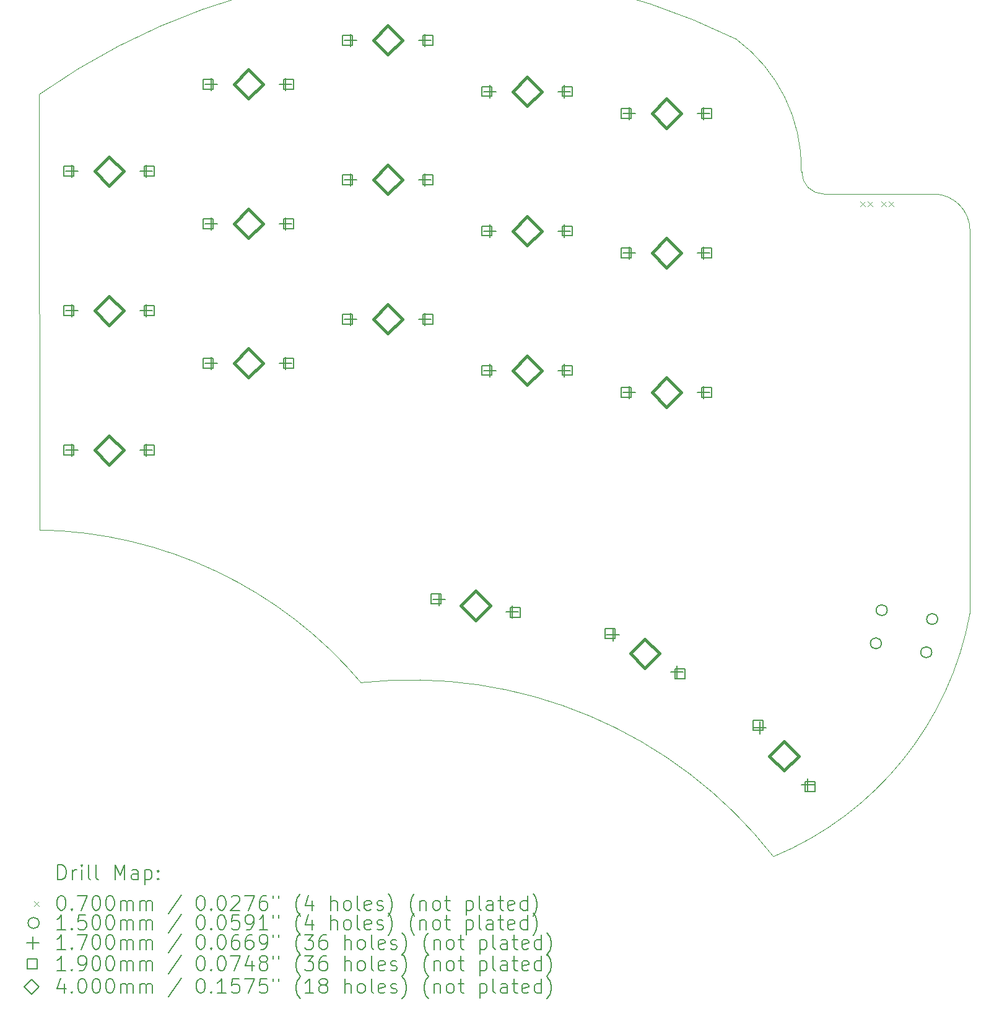
<source format=gbr>
%FSLAX45Y45*%
G04 Gerber Fmt 4.5, Leading zero omitted, Abs format (unit mm)*
G04 Created by KiCad (PCBNEW (6.0.4-0)) date 2022-05-15 19:59:06*
%MOMM*%
%LPD*%
G01*
G04 APERTURE LIST*
%TA.AperFunction,Profile*%
%ADD10C,0.050000*%
%TD*%
%ADD11C,0.200000*%
%ADD12C,0.070000*%
%ADD13C,0.150000*%
%ADD14C,0.170000*%
%ADD15C,0.190000*%
%ADD16C,0.400000*%
G04 APERTURE END LIST*
D10*
X18194931Y-6960571D02*
X18200000Y-6975000D01*
X18500000Y-7275000D02*
X20000000Y-7275000D01*
X18194932Y-6960571D02*
G75*
G03*
X17303750Y-5159375I-2197522J33791D01*
G01*
X7774954Y-5914571D02*
X7779480Y-11863649D01*
X12174926Y-13949323D02*
G75*
G03*
X7779480Y-11863649I-4496261J-3801207D01*
G01*
X17812861Y-16325288D02*
G75*
G03*
X12174925Y-13949323I-4949949J-3868630D01*
G01*
X18200000Y-6975000D02*
G75*
G03*
X18500000Y-7275000I300000J0D01*
G01*
X20500000Y-7775000D02*
X20500000Y-13000000D01*
X17812861Y-16325288D02*
G75*
G03*
X20500000Y-13000000I-1704573J4125824D01*
G01*
X20500000Y-7775000D02*
G75*
G03*
X20000000Y-7275000I-500000J0D01*
G01*
X17303750Y-5159375D02*
G75*
G03*
X7774954Y-5914571I-4127500J-8413750D01*
G01*
D11*
D12*
X18997000Y-7375000D02*
X19067000Y-7445000D01*
X19067000Y-7375000D02*
X18997000Y-7445000D01*
X19100000Y-7375000D02*
X19170000Y-7445000D01*
X19170000Y-7375000D02*
X19100000Y-7445000D01*
X19287000Y-7375000D02*
X19357000Y-7445000D01*
X19357000Y-7375000D02*
X19287000Y-7445000D01*
X19390000Y-7375000D02*
X19460000Y-7445000D01*
X19460000Y-7375000D02*
X19390000Y-7445000D01*
D13*
X19288126Y-13412168D02*
G75*
G03*
X19288126Y-13412168I-75000J0D01*
G01*
X19368004Y-12959157D02*
G75*
G03*
X19368004Y-12959157I-75000J0D01*
G01*
X19977492Y-13533722D02*
G75*
G03*
X19977492Y-13533722I-75000J0D01*
G01*
X20057370Y-13080710D02*
G75*
G03*
X20057370Y-13080710I-75000J0D01*
G01*
D14*
X8222565Y-6879235D02*
X8222565Y-7049235D01*
X8137565Y-6964235D02*
X8307565Y-6964235D01*
X8222565Y-8784375D02*
X8222565Y-8954375D01*
X8137565Y-8869375D02*
X8307565Y-8869375D01*
X8223250Y-10689375D02*
X8223250Y-10859375D01*
X8138250Y-10774375D02*
X8308250Y-10774375D01*
X9238565Y-6879235D02*
X9238565Y-7049235D01*
X9153565Y-6964235D02*
X9323565Y-6964235D01*
X9238565Y-8784375D02*
X9238565Y-8954375D01*
X9153565Y-8869375D02*
X9323565Y-8869375D01*
X9239250Y-10689375D02*
X9239250Y-10859375D01*
X9154250Y-10774375D02*
X9324250Y-10774375D01*
X10127445Y-5688610D02*
X10127445Y-5858610D01*
X10042445Y-5773610D02*
X10212445Y-5773610D01*
X10128250Y-7593750D02*
X10128250Y-7763750D01*
X10043250Y-7678750D02*
X10213250Y-7678750D01*
X10128250Y-9498750D02*
X10128250Y-9668750D01*
X10043250Y-9583750D02*
X10213250Y-9583750D01*
X11143445Y-5688610D02*
X11143445Y-5858610D01*
X11058445Y-5773610D02*
X11228445Y-5773610D01*
X11144250Y-7593750D02*
X11144250Y-7763750D01*
X11059250Y-7678750D02*
X11229250Y-7678750D01*
X11144250Y-9498750D02*
X11144250Y-9668750D01*
X11059250Y-9583750D02*
X11229250Y-9583750D01*
X12032325Y-5088610D02*
X12032325Y-5258610D01*
X11947325Y-5173610D02*
X12117325Y-5173610D01*
X12033250Y-6993750D02*
X12033250Y-7163750D01*
X11948250Y-7078750D02*
X12118250Y-7078750D01*
X12033250Y-8898750D02*
X12033250Y-9068750D01*
X11948250Y-8983750D02*
X12118250Y-8983750D01*
X13048325Y-5088610D02*
X13048325Y-5258610D01*
X12963325Y-5173610D02*
X13133325Y-5173610D01*
X13049250Y-6993750D02*
X13049250Y-7163750D01*
X12964250Y-7078750D02*
X13134250Y-7078750D01*
X13049250Y-8898750D02*
X13049250Y-9068750D01*
X12964250Y-8983750D02*
X13134250Y-8983750D01*
X13240968Y-12723662D02*
X13240968Y-12893662D01*
X13155968Y-12808662D02*
X13325968Y-12808662D01*
X13937205Y-5788610D02*
X13937205Y-5958610D01*
X13852205Y-5873610D02*
X14022205Y-5873610D01*
X13938250Y-7693750D02*
X13938250Y-7863750D01*
X13853250Y-7778750D02*
X14023250Y-7778750D01*
X13938250Y-9598750D02*
X13938250Y-9768750D01*
X13853250Y-9683750D02*
X14023250Y-9683750D01*
X14241532Y-12900088D02*
X14241532Y-13070088D01*
X14156532Y-12985088D02*
X14326532Y-12985088D01*
X14953205Y-5788610D02*
X14953205Y-5958610D01*
X14868205Y-5873610D02*
X15038205Y-5873610D01*
X14954250Y-7693750D02*
X14954250Y-7863750D01*
X14869250Y-7778750D02*
X15039250Y-7778750D01*
X14954250Y-9598750D02*
X14954250Y-9768750D01*
X14869250Y-9683750D02*
X15039250Y-9683750D01*
X15616934Y-13212250D02*
X15616934Y-13382250D01*
X15531934Y-13297250D02*
X15701934Y-13297250D01*
X15842085Y-6088610D02*
X15842085Y-6258610D01*
X15757085Y-6173610D02*
X15927085Y-6173610D01*
X15843250Y-7993750D02*
X15843250Y-8163750D01*
X15758250Y-8078750D02*
X15928250Y-8078750D01*
X15843250Y-9898750D02*
X15843250Y-10068750D01*
X15758250Y-9983750D02*
X15928250Y-9983750D01*
X16496816Y-13720250D02*
X16496816Y-13890250D01*
X16411816Y-13805250D02*
X16581816Y-13805250D01*
X16858085Y-6088610D02*
X16858085Y-6258610D01*
X16773085Y-6173610D02*
X16943085Y-6173610D01*
X16859250Y-7993750D02*
X16859250Y-8163750D01*
X16774250Y-8078750D02*
X16944250Y-8078750D01*
X16859250Y-9898750D02*
X16859250Y-10068750D01*
X16774250Y-9983750D02*
X16944250Y-9983750D01*
X17630339Y-14477099D02*
X17630339Y-14647099D01*
X17545339Y-14562099D02*
X17715339Y-14562099D01*
X18283411Y-15255401D02*
X18283411Y-15425401D01*
X18198411Y-15340401D02*
X18368411Y-15340401D01*
D15*
X8247741Y-7031411D02*
X8247741Y-6897059D01*
X8113389Y-6897059D01*
X8113389Y-7031411D01*
X8247741Y-7031411D01*
X8247741Y-8936551D02*
X8247741Y-8802199D01*
X8113389Y-8802199D01*
X8113389Y-8936551D01*
X8247741Y-8936551D01*
X8248426Y-10841551D02*
X8248426Y-10707199D01*
X8114074Y-10707199D01*
X8114074Y-10841551D01*
X8248426Y-10841551D01*
X9347741Y-7031411D02*
X9347741Y-6897059D01*
X9213389Y-6897059D01*
X9213389Y-7031411D01*
X9347741Y-7031411D01*
X9347741Y-8936551D02*
X9347741Y-8802199D01*
X9213389Y-8802199D01*
X9213389Y-8936551D01*
X9347741Y-8936551D01*
X9348426Y-10841551D02*
X9348426Y-10707199D01*
X9214074Y-10707199D01*
X9214074Y-10841551D01*
X9348426Y-10841551D01*
X10152621Y-5840786D02*
X10152621Y-5706434D01*
X10018269Y-5706434D01*
X10018269Y-5840786D01*
X10152621Y-5840786D01*
X10153426Y-7745926D02*
X10153426Y-7611574D01*
X10019074Y-7611574D01*
X10019074Y-7745926D01*
X10153426Y-7745926D01*
X10153426Y-9650926D02*
X10153426Y-9516574D01*
X10019074Y-9516574D01*
X10019074Y-9650926D01*
X10153426Y-9650926D01*
X11252621Y-5840786D02*
X11252621Y-5706434D01*
X11118269Y-5706434D01*
X11118269Y-5840786D01*
X11252621Y-5840786D01*
X11253426Y-7745926D02*
X11253426Y-7611574D01*
X11119074Y-7611574D01*
X11119074Y-7745926D01*
X11253426Y-7745926D01*
X11253426Y-9650926D02*
X11253426Y-9516574D01*
X11119074Y-9516574D01*
X11119074Y-9650926D01*
X11253426Y-9650926D01*
X12057501Y-5240786D02*
X12057501Y-5106434D01*
X11923149Y-5106434D01*
X11923149Y-5240786D01*
X12057501Y-5240786D01*
X12058426Y-7145926D02*
X12058426Y-7011574D01*
X11924074Y-7011574D01*
X11924074Y-7145926D01*
X12058426Y-7145926D01*
X12058426Y-9050926D02*
X12058426Y-8916574D01*
X11924074Y-8916574D01*
X11924074Y-9050926D01*
X12058426Y-9050926D01*
X13157501Y-5240786D02*
X13157501Y-5106434D01*
X13023149Y-5106434D01*
X13023149Y-5240786D01*
X13157501Y-5240786D01*
X13158426Y-7145926D02*
X13158426Y-7011574D01*
X13024074Y-7011574D01*
X13024074Y-7145926D01*
X13158426Y-7145926D01*
X13158426Y-9050926D02*
X13158426Y-8916574D01*
X13024074Y-8916574D01*
X13024074Y-9050926D01*
X13158426Y-9050926D01*
X13266781Y-12868544D02*
X13266781Y-12734193D01*
X13132430Y-12734193D01*
X13132430Y-12868544D01*
X13266781Y-12868544D01*
X13962381Y-5940786D02*
X13962381Y-5806434D01*
X13828029Y-5806434D01*
X13828029Y-5940786D01*
X13962381Y-5940786D01*
X13963426Y-7845926D02*
X13963426Y-7711574D01*
X13829074Y-7711574D01*
X13829074Y-7845926D01*
X13963426Y-7845926D01*
X13963426Y-9750926D02*
X13963426Y-9616574D01*
X13829074Y-9616574D01*
X13829074Y-9750926D01*
X13963426Y-9750926D01*
X14350070Y-13059557D02*
X14350070Y-12925206D01*
X14215718Y-12925206D01*
X14215718Y-13059557D01*
X14350070Y-13059557D01*
X15062381Y-5940786D02*
X15062381Y-5806434D01*
X14928029Y-5806434D01*
X14928029Y-5940786D01*
X15062381Y-5940786D01*
X15063426Y-7845926D02*
X15063426Y-7711574D01*
X14929074Y-7711574D01*
X14929074Y-7845926D01*
X15063426Y-7845926D01*
X15063426Y-9750926D02*
X15063426Y-9616574D01*
X14929074Y-9616574D01*
X14929074Y-9750926D01*
X15063426Y-9750926D01*
X15647737Y-13343426D02*
X15647737Y-13209074D01*
X15513385Y-13209074D01*
X15513385Y-13343426D01*
X15647737Y-13343426D01*
X15867261Y-6240786D02*
X15867261Y-6106434D01*
X15732909Y-6106434D01*
X15732909Y-6240786D01*
X15867261Y-6240786D01*
X15868426Y-8145926D02*
X15868426Y-8011574D01*
X15734074Y-8011574D01*
X15734074Y-8145926D01*
X15868426Y-8145926D01*
X15868426Y-10050926D02*
X15868426Y-9916574D01*
X15734074Y-9916574D01*
X15734074Y-10050926D01*
X15868426Y-10050926D01*
X16600365Y-13893426D02*
X16600365Y-13759074D01*
X16466013Y-13759074D01*
X16466013Y-13893426D01*
X16600365Y-13893426D01*
X16967261Y-6240786D02*
X16967261Y-6106434D01*
X16832909Y-6106434D01*
X16832909Y-6240786D01*
X16967261Y-6240786D01*
X16968426Y-8145926D02*
X16968426Y-8011574D01*
X16834074Y-8011574D01*
X16834074Y-8145926D01*
X16968426Y-8145926D01*
X16968426Y-10050926D02*
X16968426Y-9916574D01*
X16834074Y-9916574D01*
X16834074Y-10050926D01*
X16968426Y-10050926D01*
X17670518Y-14597101D02*
X17670518Y-14462750D01*
X17536166Y-14462750D01*
X17536166Y-14597101D01*
X17670518Y-14597101D01*
X18377584Y-15439750D02*
X18377584Y-15305399D01*
X18243232Y-15305399D01*
X18243232Y-15439750D01*
X18377584Y-15439750D01*
D16*
X8730565Y-7164235D02*
X8930565Y-6964235D01*
X8730565Y-6764235D01*
X8530565Y-6964235D01*
X8730565Y-7164235D01*
X8730565Y-9069375D02*
X8930565Y-8869375D01*
X8730565Y-8669375D01*
X8530565Y-8869375D01*
X8730565Y-9069375D01*
X8731250Y-10974375D02*
X8931250Y-10774375D01*
X8731250Y-10574375D01*
X8531250Y-10774375D01*
X8731250Y-10974375D01*
X10635445Y-5973610D02*
X10835445Y-5773610D01*
X10635445Y-5573610D01*
X10435445Y-5773610D01*
X10635445Y-5973610D01*
X10636250Y-7878750D02*
X10836250Y-7678750D01*
X10636250Y-7478750D01*
X10436250Y-7678750D01*
X10636250Y-7878750D01*
X10636250Y-9783750D02*
X10836250Y-9583750D01*
X10636250Y-9383750D01*
X10436250Y-9583750D01*
X10636250Y-9783750D01*
X12540325Y-5373610D02*
X12740325Y-5173610D01*
X12540325Y-4973610D01*
X12340325Y-5173610D01*
X12540325Y-5373610D01*
X12541250Y-7278750D02*
X12741250Y-7078750D01*
X12541250Y-6878750D01*
X12341250Y-7078750D01*
X12541250Y-7278750D01*
X12541250Y-9183750D02*
X12741250Y-8983750D01*
X12541250Y-8783750D01*
X12341250Y-8983750D01*
X12541250Y-9183750D01*
X13741250Y-13096875D02*
X13941250Y-12896875D01*
X13741250Y-12696875D01*
X13541250Y-12896875D01*
X13741250Y-13096875D01*
X14445205Y-6073610D02*
X14645205Y-5873610D01*
X14445205Y-5673610D01*
X14245205Y-5873610D01*
X14445205Y-6073610D01*
X14446250Y-7978750D02*
X14646250Y-7778750D01*
X14446250Y-7578750D01*
X14246250Y-7778750D01*
X14446250Y-7978750D01*
X14446250Y-9883750D02*
X14646250Y-9683750D01*
X14446250Y-9483750D01*
X14246250Y-9683750D01*
X14446250Y-9883750D01*
X16056875Y-13751250D02*
X16256875Y-13551250D01*
X16056875Y-13351250D01*
X15856875Y-13551250D01*
X16056875Y-13751250D01*
X16350085Y-6373610D02*
X16550085Y-6173610D01*
X16350085Y-5973610D01*
X16150085Y-6173610D01*
X16350085Y-6373610D01*
X16351250Y-8278750D02*
X16551250Y-8078750D01*
X16351250Y-7878750D01*
X16151250Y-8078750D01*
X16351250Y-8278750D01*
X16351250Y-10183750D02*
X16551250Y-9983750D01*
X16351250Y-9783750D01*
X16151250Y-9983750D01*
X16351250Y-10183750D01*
X17956875Y-15151250D02*
X18156875Y-14951250D01*
X17956875Y-14751250D01*
X17756875Y-14951250D01*
X17956875Y-15151250D01*
D11*
X8030073Y-16638264D02*
X8030073Y-16438264D01*
X8077692Y-16438264D01*
X8106264Y-16447788D01*
X8125311Y-16466836D01*
X8134835Y-16485883D01*
X8144359Y-16523979D01*
X8144359Y-16552550D01*
X8134835Y-16590645D01*
X8125311Y-16609693D01*
X8106264Y-16628740D01*
X8077692Y-16638264D01*
X8030073Y-16638264D01*
X8230073Y-16638264D02*
X8230073Y-16504931D01*
X8230073Y-16543026D02*
X8239597Y-16523979D01*
X8249121Y-16514455D01*
X8268168Y-16504931D01*
X8287216Y-16504931D01*
X8353883Y-16638264D02*
X8353883Y-16504931D01*
X8353883Y-16438264D02*
X8344359Y-16447788D01*
X8353883Y-16457312D01*
X8363406Y-16447788D01*
X8353883Y-16438264D01*
X8353883Y-16457312D01*
X8477692Y-16638264D02*
X8458645Y-16628740D01*
X8449121Y-16609693D01*
X8449121Y-16438264D01*
X8582454Y-16638264D02*
X8563406Y-16628740D01*
X8553883Y-16609693D01*
X8553883Y-16438264D01*
X8811026Y-16638264D02*
X8811026Y-16438264D01*
X8877692Y-16581121D01*
X8944359Y-16438264D01*
X8944359Y-16638264D01*
X9125311Y-16638264D02*
X9125311Y-16533502D01*
X9115787Y-16514455D01*
X9096740Y-16504931D01*
X9058645Y-16504931D01*
X9039597Y-16514455D01*
X9125311Y-16628740D02*
X9106264Y-16638264D01*
X9058645Y-16638264D01*
X9039597Y-16628740D01*
X9030073Y-16609693D01*
X9030073Y-16590645D01*
X9039597Y-16571598D01*
X9058645Y-16562074D01*
X9106264Y-16562074D01*
X9125311Y-16552550D01*
X9220549Y-16504931D02*
X9220549Y-16704931D01*
X9220549Y-16514455D02*
X9239597Y-16504931D01*
X9277692Y-16504931D01*
X9296740Y-16514455D01*
X9306264Y-16523979D01*
X9315787Y-16543026D01*
X9315787Y-16600169D01*
X9306264Y-16619217D01*
X9296740Y-16628740D01*
X9277692Y-16638264D01*
X9239597Y-16638264D01*
X9220549Y-16628740D01*
X9401502Y-16619217D02*
X9411026Y-16628740D01*
X9401502Y-16638264D01*
X9391978Y-16628740D01*
X9401502Y-16619217D01*
X9401502Y-16638264D01*
X9401502Y-16514455D02*
X9411026Y-16523979D01*
X9401502Y-16533502D01*
X9391978Y-16523979D01*
X9401502Y-16514455D01*
X9401502Y-16533502D01*
D12*
X7702454Y-16932788D02*
X7772454Y-17002788D01*
X7772454Y-16932788D02*
X7702454Y-17002788D01*
D11*
X8068168Y-16858264D02*
X8087216Y-16858264D01*
X8106264Y-16867788D01*
X8115787Y-16877312D01*
X8125311Y-16896360D01*
X8134835Y-16934455D01*
X8134835Y-16982074D01*
X8125311Y-17020169D01*
X8115787Y-17039217D01*
X8106264Y-17048741D01*
X8087216Y-17058264D01*
X8068168Y-17058264D01*
X8049121Y-17048741D01*
X8039597Y-17039217D01*
X8030073Y-17020169D01*
X8020549Y-16982074D01*
X8020549Y-16934455D01*
X8030073Y-16896360D01*
X8039597Y-16877312D01*
X8049121Y-16867788D01*
X8068168Y-16858264D01*
X8220549Y-17039217D02*
X8230073Y-17048741D01*
X8220549Y-17058264D01*
X8211025Y-17048741D01*
X8220549Y-17039217D01*
X8220549Y-17058264D01*
X8296740Y-16858264D02*
X8430073Y-16858264D01*
X8344359Y-17058264D01*
X8544359Y-16858264D02*
X8563406Y-16858264D01*
X8582454Y-16867788D01*
X8591978Y-16877312D01*
X8601502Y-16896360D01*
X8611026Y-16934455D01*
X8611026Y-16982074D01*
X8601502Y-17020169D01*
X8591978Y-17039217D01*
X8582454Y-17048741D01*
X8563406Y-17058264D01*
X8544359Y-17058264D01*
X8525311Y-17048741D01*
X8515787Y-17039217D01*
X8506264Y-17020169D01*
X8496740Y-16982074D01*
X8496740Y-16934455D01*
X8506264Y-16896360D01*
X8515787Y-16877312D01*
X8525311Y-16867788D01*
X8544359Y-16858264D01*
X8734835Y-16858264D02*
X8753883Y-16858264D01*
X8772930Y-16867788D01*
X8782454Y-16877312D01*
X8791978Y-16896360D01*
X8801502Y-16934455D01*
X8801502Y-16982074D01*
X8791978Y-17020169D01*
X8782454Y-17039217D01*
X8772930Y-17048741D01*
X8753883Y-17058264D01*
X8734835Y-17058264D01*
X8715787Y-17048741D01*
X8706264Y-17039217D01*
X8696740Y-17020169D01*
X8687216Y-16982074D01*
X8687216Y-16934455D01*
X8696740Y-16896360D01*
X8706264Y-16877312D01*
X8715787Y-16867788D01*
X8734835Y-16858264D01*
X8887216Y-17058264D02*
X8887216Y-16924931D01*
X8887216Y-16943979D02*
X8896740Y-16934455D01*
X8915787Y-16924931D01*
X8944359Y-16924931D01*
X8963406Y-16934455D01*
X8972930Y-16953502D01*
X8972930Y-17058264D01*
X8972930Y-16953502D02*
X8982454Y-16934455D01*
X9001502Y-16924931D01*
X9030073Y-16924931D01*
X9049121Y-16934455D01*
X9058645Y-16953502D01*
X9058645Y-17058264D01*
X9153883Y-17058264D02*
X9153883Y-16924931D01*
X9153883Y-16943979D02*
X9163406Y-16934455D01*
X9182454Y-16924931D01*
X9211026Y-16924931D01*
X9230073Y-16934455D01*
X9239597Y-16953502D01*
X9239597Y-17058264D01*
X9239597Y-16953502D02*
X9249121Y-16934455D01*
X9268168Y-16924931D01*
X9296740Y-16924931D01*
X9315787Y-16934455D01*
X9325311Y-16953502D01*
X9325311Y-17058264D01*
X9715787Y-16848741D02*
X9544359Y-17105883D01*
X9972930Y-16858264D02*
X9991978Y-16858264D01*
X10011026Y-16867788D01*
X10020549Y-16877312D01*
X10030073Y-16896360D01*
X10039597Y-16934455D01*
X10039597Y-16982074D01*
X10030073Y-17020169D01*
X10020549Y-17039217D01*
X10011026Y-17048741D01*
X9991978Y-17058264D01*
X9972930Y-17058264D01*
X9953883Y-17048741D01*
X9944359Y-17039217D01*
X9934835Y-17020169D01*
X9925311Y-16982074D01*
X9925311Y-16934455D01*
X9934835Y-16896360D01*
X9944359Y-16877312D01*
X9953883Y-16867788D01*
X9972930Y-16858264D01*
X10125311Y-17039217D02*
X10134835Y-17048741D01*
X10125311Y-17058264D01*
X10115787Y-17048741D01*
X10125311Y-17039217D01*
X10125311Y-17058264D01*
X10258645Y-16858264D02*
X10277692Y-16858264D01*
X10296740Y-16867788D01*
X10306264Y-16877312D01*
X10315787Y-16896360D01*
X10325311Y-16934455D01*
X10325311Y-16982074D01*
X10315787Y-17020169D01*
X10306264Y-17039217D01*
X10296740Y-17048741D01*
X10277692Y-17058264D01*
X10258645Y-17058264D01*
X10239597Y-17048741D01*
X10230073Y-17039217D01*
X10220549Y-17020169D01*
X10211026Y-16982074D01*
X10211026Y-16934455D01*
X10220549Y-16896360D01*
X10230073Y-16877312D01*
X10239597Y-16867788D01*
X10258645Y-16858264D01*
X10401502Y-16877312D02*
X10411026Y-16867788D01*
X10430073Y-16858264D01*
X10477692Y-16858264D01*
X10496740Y-16867788D01*
X10506264Y-16877312D01*
X10515787Y-16896360D01*
X10515787Y-16915407D01*
X10506264Y-16943979D01*
X10391978Y-17058264D01*
X10515787Y-17058264D01*
X10582454Y-16858264D02*
X10715787Y-16858264D01*
X10630073Y-17058264D01*
X10877692Y-16858264D02*
X10839597Y-16858264D01*
X10820549Y-16867788D01*
X10811026Y-16877312D01*
X10791978Y-16905883D01*
X10782454Y-16943979D01*
X10782454Y-17020169D01*
X10791978Y-17039217D01*
X10801502Y-17048741D01*
X10820549Y-17058264D01*
X10858645Y-17058264D01*
X10877692Y-17048741D01*
X10887216Y-17039217D01*
X10896740Y-17020169D01*
X10896740Y-16972550D01*
X10887216Y-16953502D01*
X10877692Y-16943979D01*
X10858645Y-16934455D01*
X10820549Y-16934455D01*
X10801502Y-16943979D01*
X10791978Y-16953502D01*
X10782454Y-16972550D01*
X10972930Y-16858264D02*
X10972930Y-16896360D01*
X11049121Y-16858264D02*
X11049121Y-16896360D01*
X11344359Y-17134455D02*
X11334835Y-17124931D01*
X11315787Y-17096360D01*
X11306264Y-17077312D01*
X11296740Y-17048741D01*
X11287216Y-17001122D01*
X11287216Y-16963026D01*
X11296740Y-16915407D01*
X11306264Y-16886836D01*
X11315787Y-16867788D01*
X11334835Y-16839217D01*
X11344359Y-16829693D01*
X11506264Y-16924931D02*
X11506264Y-17058264D01*
X11458644Y-16848741D02*
X11411025Y-16991598D01*
X11534835Y-16991598D01*
X11763406Y-17058264D02*
X11763406Y-16858264D01*
X11849121Y-17058264D02*
X11849121Y-16953502D01*
X11839597Y-16934455D01*
X11820549Y-16924931D01*
X11791978Y-16924931D01*
X11772930Y-16934455D01*
X11763406Y-16943979D01*
X11972930Y-17058264D02*
X11953883Y-17048741D01*
X11944359Y-17039217D01*
X11934835Y-17020169D01*
X11934835Y-16963026D01*
X11944359Y-16943979D01*
X11953883Y-16934455D01*
X11972930Y-16924931D01*
X12001502Y-16924931D01*
X12020549Y-16934455D01*
X12030073Y-16943979D01*
X12039597Y-16963026D01*
X12039597Y-17020169D01*
X12030073Y-17039217D01*
X12020549Y-17048741D01*
X12001502Y-17058264D01*
X11972930Y-17058264D01*
X12153883Y-17058264D02*
X12134835Y-17048741D01*
X12125311Y-17029693D01*
X12125311Y-16858264D01*
X12306264Y-17048741D02*
X12287216Y-17058264D01*
X12249121Y-17058264D01*
X12230073Y-17048741D01*
X12220549Y-17029693D01*
X12220549Y-16953502D01*
X12230073Y-16934455D01*
X12249121Y-16924931D01*
X12287216Y-16924931D01*
X12306264Y-16934455D01*
X12315787Y-16953502D01*
X12315787Y-16972550D01*
X12220549Y-16991598D01*
X12391978Y-17048741D02*
X12411025Y-17058264D01*
X12449121Y-17058264D01*
X12468168Y-17048741D01*
X12477692Y-17029693D01*
X12477692Y-17020169D01*
X12468168Y-17001122D01*
X12449121Y-16991598D01*
X12420549Y-16991598D01*
X12401502Y-16982074D01*
X12391978Y-16963026D01*
X12391978Y-16953502D01*
X12401502Y-16934455D01*
X12420549Y-16924931D01*
X12449121Y-16924931D01*
X12468168Y-16934455D01*
X12544359Y-17134455D02*
X12553883Y-17124931D01*
X12572930Y-17096360D01*
X12582454Y-17077312D01*
X12591978Y-17048741D01*
X12601502Y-17001122D01*
X12601502Y-16963026D01*
X12591978Y-16915407D01*
X12582454Y-16886836D01*
X12572930Y-16867788D01*
X12553883Y-16839217D01*
X12544359Y-16829693D01*
X12906264Y-17134455D02*
X12896740Y-17124931D01*
X12877692Y-17096360D01*
X12868168Y-17077312D01*
X12858644Y-17048741D01*
X12849121Y-17001122D01*
X12849121Y-16963026D01*
X12858644Y-16915407D01*
X12868168Y-16886836D01*
X12877692Y-16867788D01*
X12896740Y-16839217D01*
X12906264Y-16829693D01*
X12982454Y-16924931D02*
X12982454Y-17058264D01*
X12982454Y-16943979D02*
X12991978Y-16934455D01*
X13011025Y-16924931D01*
X13039597Y-16924931D01*
X13058644Y-16934455D01*
X13068168Y-16953502D01*
X13068168Y-17058264D01*
X13191978Y-17058264D02*
X13172930Y-17048741D01*
X13163406Y-17039217D01*
X13153883Y-17020169D01*
X13153883Y-16963026D01*
X13163406Y-16943979D01*
X13172930Y-16934455D01*
X13191978Y-16924931D01*
X13220549Y-16924931D01*
X13239597Y-16934455D01*
X13249121Y-16943979D01*
X13258644Y-16963026D01*
X13258644Y-17020169D01*
X13249121Y-17039217D01*
X13239597Y-17048741D01*
X13220549Y-17058264D01*
X13191978Y-17058264D01*
X13315787Y-16924931D02*
X13391978Y-16924931D01*
X13344359Y-16858264D02*
X13344359Y-17029693D01*
X13353883Y-17048741D01*
X13372930Y-17058264D01*
X13391978Y-17058264D01*
X13611025Y-16924931D02*
X13611025Y-17124931D01*
X13611025Y-16934455D02*
X13630073Y-16924931D01*
X13668168Y-16924931D01*
X13687216Y-16934455D01*
X13696740Y-16943979D01*
X13706264Y-16963026D01*
X13706264Y-17020169D01*
X13696740Y-17039217D01*
X13687216Y-17048741D01*
X13668168Y-17058264D01*
X13630073Y-17058264D01*
X13611025Y-17048741D01*
X13820549Y-17058264D02*
X13801502Y-17048741D01*
X13791978Y-17029693D01*
X13791978Y-16858264D01*
X13982454Y-17058264D02*
X13982454Y-16953502D01*
X13972930Y-16934455D01*
X13953883Y-16924931D01*
X13915787Y-16924931D01*
X13896740Y-16934455D01*
X13982454Y-17048741D02*
X13963406Y-17058264D01*
X13915787Y-17058264D01*
X13896740Y-17048741D01*
X13887216Y-17029693D01*
X13887216Y-17010645D01*
X13896740Y-16991598D01*
X13915787Y-16982074D01*
X13963406Y-16982074D01*
X13982454Y-16972550D01*
X14049121Y-16924931D02*
X14125311Y-16924931D01*
X14077692Y-16858264D02*
X14077692Y-17029693D01*
X14087216Y-17048741D01*
X14106264Y-17058264D01*
X14125311Y-17058264D01*
X14268168Y-17048741D02*
X14249121Y-17058264D01*
X14211025Y-17058264D01*
X14191978Y-17048741D01*
X14182454Y-17029693D01*
X14182454Y-16953502D01*
X14191978Y-16934455D01*
X14211025Y-16924931D01*
X14249121Y-16924931D01*
X14268168Y-16934455D01*
X14277692Y-16953502D01*
X14277692Y-16972550D01*
X14182454Y-16991598D01*
X14449121Y-17058264D02*
X14449121Y-16858264D01*
X14449121Y-17048741D02*
X14430073Y-17058264D01*
X14391978Y-17058264D01*
X14372930Y-17048741D01*
X14363406Y-17039217D01*
X14353883Y-17020169D01*
X14353883Y-16963026D01*
X14363406Y-16943979D01*
X14372930Y-16934455D01*
X14391978Y-16924931D01*
X14430073Y-16924931D01*
X14449121Y-16934455D01*
X14525311Y-17134455D02*
X14534835Y-17124931D01*
X14553883Y-17096360D01*
X14563406Y-17077312D01*
X14572930Y-17048741D01*
X14582454Y-17001122D01*
X14582454Y-16963026D01*
X14572930Y-16915407D01*
X14563406Y-16886836D01*
X14553883Y-16867788D01*
X14534835Y-16839217D01*
X14525311Y-16829693D01*
D13*
X7772454Y-17231788D02*
G75*
G03*
X7772454Y-17231788I-75000J0D01*
G01*
D11*
X8134835Y-17322264D02*
X8020549Y-17322264D01*
X8077692Y-17322264D02*
X8077692Y-17122264D01*
X8058644Y-17150836D01*
X8039597Y-17169883D01*
X8020549Y-17179407D01*
X8220549Y-17303217D02*
X8230073Y-17312741D01*
X8220549Y-17322264D01*
X8211025Y-17312741D01*
X8220549Y-17303217D01*
X8220549Y-17322264D01*
X8411026Y-17122264D02*
X8315787Y-17122264D01*
X8306264Y-17217502D01*
X8315787Y-17207979D01*
X8334835Y-17198455D01*
X8382454Y-17198455D01*
X8401502Y-17207979D01*
X8411026Y-17217502D01*
X8420549Y-17236550D01*
X8420549Y-17284169D01*
X8411026Y-17303217D01*
X8401502Y-17312741D01*
X8382454Y-17322264D01*
X8334835Y-17322264D01*
X8315787Y-17312741D01*
X8306264Y-17303217D01*
X8544359Y-17122264D02*
X8563406Y-17122264D01*
X8582454Y-17131788D01*
X8591978Y-17141312D01*
X8601502Y-17160360D01*
X8611026Y-17198455D01*
X8611026Y-17246074D01*
X8601502Y-17284169D01*
X8591978Y-17303217D01*
X8582454Y-17312741D01*
X8563406Y-17322264D01*
X8544359Y-17322264D01*
X8525311Y-17312741D01*
X8515787Y-17303217D01*
X8506264Y-17284169D01*
X8496740Y-17246074D01*
X8496740Y-17198455D01*
X8506264Y-17160360D01*
X8515787Y-17141312D01*
X8525311Y-17131788D01*
X8544359Y-17122264D01*
X8734835Y-17122264D02*
X8753883Y-17122264D01*
X8772930Y-17131788D01*
X8782454Y-17141312D01*
X8791978Y-17160360D01*
X8801502Y-17198455D01*
X8801502Y-17246074D01*
X8791978Y-17284169D01*
X8782454Y-17303217D01*
X8772930Y-17312741D01*
X8753883Y-17322264D01*
X8734835Y-17322264D01*
X8715787Y-17312741D01*
X8706264Y-17303217D01*
X8696740Y-17284169D01*
X8687216Y-17246074D01*
X8687216Y-17198455D01*
X8696740Y-17160360D01*
X8706264Y-17141312D01*
X8715787Y-17131788D01*
X8734835Y-17122264D01*
X8887216Y-17322264D02*
X8887216Y-17188931D01*
X8887216Y-17207979D02*
X8896740Y-17198455D01*
X8915787Y-17188931D01*
X8944359Y-17188931D01*
X8963406Y-17198455D01*
X8972930Y-17217502D01*
X8972930Y-17322264D01*
X8972930Y-17217502D02*
X8982454Y-17198455D01*
X9001502Y-17188931D01*
X9030073Y-17188931D01*
X9049121Y-17198455D01*
X9058645Y-17217502D01*
X9058645Y-17322264D01*
X9153883Y-17322264D02*
X9153883Y-17188931D01*
X9153883Y-17207979D02*
X9163406Y-17198455D01*
X9182454Y-17188931D01*
X9211026Y-17188931D01*
X9230073Y-17198455D01*
X9239597Y-17217502D01*
X9239597Y-17322264D01*
X9239597Y-17217502D02*
X9249121Y-17198455D01*
X9268168Y-17188931D01*
X9296740Y-17188931D01*
X9315787Y-17198455D01*
X9325311Y-17217502D01*
X9325311Y-17322264D01*
X9715787Y-17112741D02*
X9544359Y-17369883D01*
X9972930Y-17122264D02*
X9991978Y-17122264D01*
X10011026Y-17131788D01*
X10020549Y-17141312D01*
X10030073Y-17160360D01*
X10039597Y-17198455D01*
X10039597Y-17246074D01*
X10030073Y-17284169D01*
X10020549Y-17303217D01*
X10011026Y-17312741D01*
X9991978Y-17322264D01*
X9972930Y-17322264D01*
X9953883Y-17312741D01*
X9944359Y-17303217D01*
X9934835Y-17284169D01*
X9925311Y-17246074D01*
X9925311Y-17198455D01*
X9934835Y-17160360D01*
X9944359Y-17141312D01*
X9953883Y-17131788D01*
X9972930Y-17122264D01*
X10125311Y-17303217D02*
X10134835Y-17312741D01*
X10125311Y-17322264D01*
X10115787Y-17312741D01*
X10125311Y-17303217D01*
X10125311Y-17322264D01*
X10258645Y-17122264D02*
X10277692Y-17122264D01*
X10296740Y-17131788D01*
X10306264Y-17141312D01*
X10315787Y-17160360D01*
X10325311Y-17198455D01*
X10325311Y-17246074D01*
X10315787Y-17284169D01*
X10306264Y-17303217D01*
X10296740Y-17312741D01*
X10277692Y-17322264D01*
X10258645Y-17322264D01*
X10239597Y-17312741D01*
X10230073Y-17303217D01*
X10220549Y-17284169D01*
X10211026Y-17246074D01*
X10211026Y-17198455D01*
X10220549Y-17160360D01*
X10230073Y-17141312D01*
X10239597Y-17131788D01*
X10258645Y-17122264D01*
X10506264Y-17122264D02*
X10411026Y-17122264D01*
X10401502Y-17217502D01*
X10411026Y-17207979D01*
X10430073Y-17198455D01*
X10477692Y-17198455D01*
X10496740Y-17207979D01*
X10506264Y-17217502D01*
X10515787Y-17236550D01*
X10515787Y-17284169D01*
X10506264Y-17303217D01*
X10496740Y-17312741D01*
X10477692Y-17322264D01*
X10430073Y-17322264D01*
X10411026Y-17312741D01*
X10401502Y-17303217D01*
X10611026Y-17322264D02*
X10649121Y-17322264D01*
X10668168Y-17312741D01*
X10677692Y-17303217D01*
X10696740Y-17274645D01*
X10706264Y-17236550D01*
X10706264Y-17160360D01*
X10696740Y-17141312D01*
X10687216Y-17131788D01*
X10668168Y-17122264D01*
X10630073Y-17122264D01*
X10611026Y-17131788D01*
X10601502Y-17141312D01*
X10591978Y-17160360D01*
X10591978Y-17207979D01*
X10601502Y-17227026D01*
X10611026Y-17236550D01*
X10630073Y-17246074D01*
X10668168Y-17246074D01*
X10687216Y-17236550D01*
X10696740Y-17227026D01*
X10706264Y-17207979D01*
X10896740Y-17322264D02*
X10782454Y-17322264D01*
X10839597Y-17322264D02*
X10839597Y-17122264D01*
X10820549Y-17150836D01*
X10801502Y-17169883D01*
X10782454Y-17179407D01*
X10972930Y-17122264D02*
X10972930Y-17160360D01*
X11049121Y-17122264D02*
X11049121Y-17160360D01*
X11344359Y-17398455D02*
X11334835Y-17388931D01*
X11315787Y-17360360D01*
X11306264Y-17341312D01*
X11296740Y-17312741D01*
X11287216Y-17265122D01*
X11287216Y-17227026D01*
X11296740Y-17179407D01*
X11306264Y-17150836D01*
X11315787Y-17131788D01*
X11334835Y-17103217D01*
X11344359Y-17093693D01*
X11506264Y-17188931D02*
X11506264Y-17322264D01*
X11458644Y-17112741D02*
X11411025Y-17255598D01*
X11534835Y-17255598D01*
X11763406Y-17322264D02*
X11763406Y-17122264D01*
X11849121Y-17322264D02*
X11849121Y-17217502D01*
X11839597Y-17198455D01*
X11820549Y-17188931D01*
X11791978Y-17188931D01*
X11772930Y-17198455D01*
X11763406Y-17207979D01*
X11972930Y-17322264D02*
X11953883Y-17312741D01*
X11944359Y-17303217D01*
X11934835Y-17284169D01*
X11934835Y-17227026D01*
X11944359Y-17207979D01*
X11953883Y-17198455D01*
X11972930Y-17188931D01*
X12001502Y-17188931D01*
X12020549Y-17198455D01*
X12030073Y-17207979D01*
X12039597Y-17227026D01*
X12039597Y-17284169D01*
X12030073Y-17303217D01*
X12020549Y-17312741D01*
X12001502Y-17322264D01*
X11972930Y-17322264D01*
X12153883Y-17322264D02*
X12134835Y-17312741D01*
X12125311Y-17293693D01*
X12125311Y-17122264D01*
X12306264Y-17312741D02*
X12287216Y-17322264D01*
X12249121Y-17322264D01*
X12230073Y-17312741D01*
X12220549Y-17293693D01*
X12220549Y-17217502D01*
X12230073Y-17198455D01*
X12249121Y-17188931D01*
X12287216Y-17188931D01*
X12306264Y-17198455D01*
X12315787Y-17217502D01*
X12315787Y-17236550D01*
X12220549Y-17255598D01*
X12391978Y-17312741D02*
X12411025Y-17322264D01*
X12449121Y-17322264D01*
X12468168Y-17312741D01*
X12477692Y-17293693D01*
X12477692Y-17284169D01*
X12468168Y-17265122D01*
X12449121Y-17255598D01*
X12420549Y-17255598D01*
X12401502Y-17246074D01*
X12391978Y-17227026D01*
X12391978Y-17217502D01*
X12401502Y-17198455D01*
X12420549Y-17188931D01*
X12449121Y-17188931D01*
X12468168Y-17198455D01*
X12544359Y-17398455D02*
X12553883Y-17388931D01*
X12572930Y-17360360D01*
X12582454Y-17341312D01*
X12591978Y-17312741D01*
X12601502Y-17265122D01*
X12601502Y-17227026D01*
X12591978Y-17179407D01*
X12582454Y-17150836D01*
X12572930Y-17131788D01*
X12553883Y-17103217D01*
X12544359Y-17093693D01*
X12906264Y-17398455D02*
X12896740Y-17388931D01*
X12877692Y-17360360D01*
X12868168Y-17341312D01*
X12858644Y-17312741D01*
X12849121Y-17265122D01*
X12849121Y-17227026D01*
X12858644Y-17179407D01*
X12868168Y-17150836D01*
X12877692Y-17131788D01*
X12896740Y-17103217D01*
X12906264Y-17093693D01*
X12982454Y-17188931D02*
X12982454Y-17322264D01*
X12982454Y-17207979D02*
X12991978Y-17198455D01*
X13011025Y-17188931D01*
X13039597Y-17188931D01*
X13058644Y-17198455D01*
X13068168Y-17217502D01*
X13068168Y-17322264D01*
X13191978Y-17322264D02*
X13172930Y-17312741D01*
X13163406Y-17303217D01*
X13153883Y-17284169D01*
X13153883Y-17227026D01*
X13163406Y-17207979D01*
X13172930Y-17198455D01*
X13191978Y-17188931D01*
X13220549Y-17188931D01*
X13239597Y-17198455D01*
X13249121Y-17207979D01*
X13258644Y-17227026D01*
X13258644Y-17284169D01*
X13249121Y-17303217D01*
X13239597Y-17312741D01*
X13220549Y-17322264D01*
X13191978Y-17322264D01*
X13315787Y-17188931D02*
X13391978Y-17188931D01*
X13344359Y-17122264D02*
X13344359Y-17293693D01*
X13353883Y-17312741D01*
X13372930Y-17322264D01*
X13391978Y-17322264D01*
X13611025Y-17188931D02*
X13611025Y-17388931D01*
X13611025Y-17198455D02*
X13630073Y-17188931D01*
X13668168Y-17188931D01*
X13687216Y-17198455D01*
X13696740Y-17207979D01*
X13706264Y-17227026D01*
X13706264Y-17284169D01*
X13696740Y-17303217D01*
X13687216Y-17312741D01*
X13668168Y-17322264D01*
X13630073Y-17322264D01*
X13611025Y-17312741D01*
X13820549Y-17322264D02*
X13801502Y-17312741D01*
X13791978Y-17293693D01*
X13791978Y-17122264D01*
X13982454Y-17322264D02*
X13982454Y-17217502D01*
X13972930Y-17198455D01*
X13953883Y-17188931D01*
X13915787Y-17188931D01*
X13896740Y-17198455D01*
X13982454Y-17312741D02*
X13963406Y-17322264D01*
X13915787Y-17322264D01*
X13896740Y-17312741D01*
X13887216Y-17293693D01*
X13887216Y-17274645D01*
X13896740Y-17255598D01*
X13915787Y-17246074D01*
X13963406Y-17246074D01*
X13982454Y-17236550D01*
X14049121Y-17188931D02*
X14125311Y-17188931D01*
X14077692Y-17122264D02*
X14077692Y-17293693D01*
X14087216Y-17312741D01*
X14106264Y-17322264D01*
X14125311Y-17322264D01*
X14268168Y-17312741D02*
X14249121Y-17322264D01*
X14211025Y-17322264D01*
X14191978Y-17312741D01*
X14182454Y-17293693D01*
X14182454Y-17217502D01*
X14191978Y-17198455D01*
X14211025Y-17188931D01*
X14249121Y-17188931D01*
X14268168Y-17198455D01*
X14277692Y-17217502D01*
X14277692Y-17236550D01*
X14182454Y-17255598D01*
X14449121Y-17322264D02*
X14449121Y-17122264D01*
X14449121Y-17312741D02*
X14430073Y-17322264D01*
X14391978Y-17322264D01*
X14372930Y-17312741D01*
X14363406Y-17303217D01*
X14353883Y-17284169D01*
X14353883Y-17227026D01*
X14363406Y-17207979D01*
X14372930Y-17198455D01*
X14391978Y-17188931D01*
X14430073Y-17188931D01*
X14449121Y-17198455D01*
X14525311Y-17398455D02*
X14534835Y-17388931D01*
X14553883Y-17360360D01*
X14563406Y-17341312D01*
X14572930Y-17312741D01*
X14582454Y-17265122D01*
X14582454Y-17227026D01*
X14572930Y-17179407D01*
X14563406Y-17150836D01*
X14553883Y-17131788D01*
X14534835Y-17103217D01*
X14525311Y-17093693D01*
D14*
X7687454Y-17416788D02*
X7687454Y-17586788D01*
X7602454Y-17501788D02*
X7772454Y-17501788D01*
D11*
X8134835Y-17592264D02*
X8020549Y-17592264D01*
X8077692Y-17592264D02*
X8077692Y-17392264D01*
X8058644Y-17420836D01*
X8039597Y-17439883D01*
X8020549Y-17449407D01*
X8220549Y-17573217D02*
X8230073Y-17582741D01*
X8220549Y-17592264D01*
X8211025Y-17582741D01*
X8220549Y-17573217D01*
X8220549Y-17592264D01*
X8296740Y-17392264D02*
X8430073Y-17392264D01*
X8344359Y-17592264D01*
X8544359Y-17392264D02*
X8563406Y-17392264D01*
X8582454Y-17401788D01*
X8591978Y-17411312D01*
X8601502Y-17430360D01*
X8611026Y-17468455D01*
X8611026Y-17516074D01*
X8601502Y-17554169D01*
X8591978Y-17573217D01*
X8582454Y-17582741D01*
X8563406Y-17592264D01*
X8544359Y-17592264D01*
X8525311Y-17582741D01*
X8515787Y-17573217D01*
X8506264Y-17554169D01*
X8496740Y-17516074D01*
X8496740Y-17468455D01*
X8506264Y-17430360D01*
X8515787Y-17411312D01*
X8525311Y-17401788D01*
X8544359Y-17392264D01*
X8734835Y-17392264D02*
X8753883Y-17392264D01*
X8772930Y-17401788D01*
X8782454Y-17411312D01*
X8791978Y-17430360D01*
X8801502Y-17468455D01*
X8801502Y-17516074D01*
X8791978Y-17554169D01*
X8782454Y-17573217D01*
X8772930Y-17582741D01*
X8753883Y-17592264D01*
X8734835Y-17592264D01*
X8715787Y-17582741D01*
X8706264Y-17573217D01*
X8696740Y-17554169D01*
X8687216Y-17516074D01*
X8687216Y-17468455D01*
X8696740Y-17430360D01*
X8706264Y-17411312D01*
X8715787Y-17401788D01*
X8734835Y-17392264D01*
X8887216Y-17592264D02*
X8887216Y-17458931D01*
X8887216Y-17477979D02*
X8896740Y-17468455D01*
X8915787Y-17458931D01*
X8944359Y-17458931D01*
X8963406Y-17468455D01*
X8972930Y-17487502D01*
X8972930Y-17592264D01*
X8972930Y-17487502D02*
X8982454Y-17468455D01*
X9001502Y-17458931D01*
X9030073Y-17458931D01*
X9049121Y-17468455D01*
X9058645Y-17487502D01*
X9058645Y-17592264D01*
X9153883Y-17592264D02*
X9153883Y-17458931D01*
X9153883Y-17477979D02*
X9163406Y-17468455D01*
X9182454Y-17458931D01*
X9211026Y-17458931D01*
X9230073Y-17468455D01*
X9239597Y-17487502D01*
X9239597Y-17592264D01*
X9239597Y-17487502D02*
X9249121Y-17468455D01*
X9268168Y-17458931D01*
X9296740Y-17458931D01*
X9315787Y-17468455D01*
X9325311Y-17487502D01*
X9325311Y-17592264D01*
X9715787Y-17382741D02*
X9544359Y-17639883D01*
X9972930Y-17392264D02*
X9991978Y-17392264D01*
X10011026Y-17401788D01*
X10020549Y-17411312D01*
X10030073Y-17430360D01*
X10039597Y-17468455D01*
X10039597Y-17516074D01*
X10030073Y-17554169D01*
X10020549Y-17573217D01*
X10011026Y-17582741D01*
X9991978Y-17592264D01*
X9972930Y-17592264D01*
X9953883Y-17582741D01*
X9944359Y-17573217D01*
X9934835Y-17554169D01*
X9925311Y-17516074D01*
X9925311Y-17468455D01*
X9934835Y-17430360D01*
X9944359Y-17411312D01*
X9953883Y-17401788D01*
X9972930Y-17392264D01*
X10125311Y-17573217D02*
X10134835Y-17582741D01*
X10125311Y-17592264D01*
X10115787Y-17582741D01*
X10125311Y-17573217D01*
X10125311Y-17592264D01*
X10258645Y-17392264D02*
X10277692Y-17392264D01*
X10296740Y-17401788D01*
X10306264Y-17411312D01*
X10315787Y-17430360D01*
X10325311Y-17468455D01*
X10325311Y-17516074D01*
X10315787Y-17554169D01*
X10306264Y-17573217D01*
X10296740Y-17582741D01*
X10277692Y-17592264D01*
X10258645Y-17592264D01*
X10239597Y-17582741D01*
X10230073Y-17573217D01*
X10220549Y-17554169D01*
X10211026Y-17516074D01*
X10211026Y-17468455D01*
X10220549Y-17430360D01*
X10230073Y-17411312D01*
X10239597Y-17401788D01*
X10258645Y-17392264D01*
X10496740Y-17392264D02*
X10458645Y-17392264D01*
X10439597Y-17401788D01*
X10430073Y-17411312D01*
X10411026Y-17439883D01*
X10401502Y-17477979D01*
X10401502Y-17554169D01*
X10411026Y-17573217D01*
X10420549Y-17582741D01*
X10439597Y-17592264D01*
X10477692Y-17592264D01*
X10496740Y-17582741D01*
X10506264Y-17573217D01*
X10515787Y-17554169D01*
X10515787Y-17506550D01*
X10506264Y-17487502D01*
X10496740Y-17477979D01*
X10477692Y-17468455D01*
X10439597Y-17468455D01*
X10420549Y-17477979D01*
X10411026Y-17487502D01*
X10401502Y-17506550D01*
X10687216Y-17392264D02*
X10649121Y-17392264D01*
X10630073Y-17401788D01*
X10620549Y-17411312D01*
X10601502Y-17439883D01*
X10591978Y-17477979D01*
X10591978Y-17554169D01*
X10601502Y-17573217D01*
X10611026Y-17582741D01*
X10630073Y-17592264D01*
X10668168Y-17592264D01*
X10687216Y-17582741D01*
X10696740Y-17573217D01*
X10706264Y-17554169D01*
X10706264Y-17506550D01*
X10696740Y-17487502D01*
X10687216Y-17477979D01*
X10668168Y-17468455D01*
X10630073Y-17468455D01*
X10611026Y-17477979D01*
X10601502Y-17487502D01*
X10591978Y-17506550D01*
X10801502Y-17592264D02*
X10839597Y-17592264D01*
X10858645Y-17582741D01*
X10868168Y-17573217D01*
X10887216Y-17544645D01*
X10896740Y-17506550D01*
X10896740Y-17430360D01*
X10887216Y-17411312D01*
X10877692Y-17401788D01*
X10858645Y-17392264D01*
X10820549Y-17392264D01*
X10801502Y-17401788D01*
X10791978Y-17411312D01*
X10782454Y-17430360D01*
X10782454Y-17477979D01*
X10791978Y-17497026D01*
X10801502Y-17506550D01*
X10820549Y-17516074D01*
X10858645Y-17516074D01*
X10877692Y-17506550D01*
X10887216Y-17497026D01*
X10896740Y-17477979D01*
X10972930Y-17392264D02*
X10972930Y-17430360D01*
X11049121Y-17392264D02*
X11049121Y-17430360D01*
X11344359Y-17668455D02*
X11334835Y-17658931D01*
X11315787Y-17630360D01*
X11306264Y-17611312D01*
X11296740Y-17582741D01*
X11287216Y-17535122D01*
X11287216Y-17497026D01*
X11296740Y-17449407D01*
X11306264Y-17420836D01*
X11315787Y-17401788D01*
X11334835Y-17373217D01*
X11344359Y-17363693D01*
X11401502Y-17392264D02*
X11525311Y-17392264D01*
X11458644Y-17468455D01*
X11487216Y-17468455D01*
X11506264Y-17477979D01*
X11515787Y-17487502D01*
X11525311Y-17506550D01*
X11525311Y-17554169D01*
X11515787Y-17573217D01*
X11506264Y-17582741D01*
X11487216Y-17592264D01*
X11430073Y-17592264D01*
X11411025Y-17582741D01*
X11401502Y-17573217D01*
X11696740Y-17392264D02*
X11658644Y-17392264D01*
X11639597Y-17401788D01*
X11630073Y-17411312D01*
X11611025Y-17439883D01*
X11601502Y-17477979D01*
X11601502Y-17554169D01*
X11611025Y-17573217D01*
X11620549Y-17582741D01*
X11639597Y-17592264D01*
X11677692Y-17592264D01*
X11696740Y-17582741D01*
X11706264Y-17573217D01*
X11715787Y-17554169D01*
X11715787Y-17506550D01*
X11706264Y-17487502D01*
X11696740Y-17477979D01*
X11677692Y-17468455D01*
X11639597Y-17468455D01*
X11620549Y-17477979D01*
X11611025Y-17487502D01*
X11601502Y-17506550D01*
X11953883Y-17592264D02*
X11953883Y-17392264D01*
X12039597Y-17592264D02*
X12039597Y-17487502D01*
X12030073Y-17468455D01*
X12011025Y-17458931D01*
X11982454Y-17458931D01*
X11963406Y-17468455D01*
X11953883Y-17477979D01*
X12163406Y-17592264D02*
X12144359Y-17582741D01*
X12134835Y-17573217D01*
X12125311Y-17554169D01*
X12125311Y-17497026D01*
X12134835Y-17477979D01*
X12144359Y-17468455D01*
X12163406Y-17458931D01*
X12191978Y-17458931D01*
X12211025Y-17468455D01*
X12220549Y-17477979D01*
X12230073Y-17497026D01*
X12230073Y-17554169D01*
X12220549Y-17573217D01*
X12211025Y-17582741D01*
X12191978Y-17592264D01*
X12163406Y-17592264D01*
X12344359Y-17592264D02*
X12325311Y-17582741D01*
X12315787Y-17563693D01*
X12315787Y-17392264D01*
X12496740Y-17582741D02*
X12477692Y-17592264D01*
X12439597Y-17592264D01*
X12420549Y-17582741D01*
X12411025Y-17563693D01*
X12411025Y-17487502D01*
X12420549Y-17468455D01*
X12439597Y-17458931D01*
X12477692Y-17458931D01*
X12496740Y-17468455D01*
X12506264Y-17487502D01*
X12506264Y-17506550D01*
X12411025Y-17525598D01*
X12582454Y-17582741D02*
X12601502Y-17592264D01*
X12639597Y-17592264D01*
X12658644Y-17582741D01*
X12668168Y-17563693D01*
X12668168Y-17554169D01*
X12658644Y-17535122D01*
X12639597Y-17525598D01*
X12611025Y-17525598D01*
X12591978Y-17516074D01*
X12582454Y-17497026D01*
X12582454Y-17487502D01*
X12591978Y-17468455D01*
X12611025Y-17458931D01*
X12639597Y-17458931D01*
X12658644Y-17468455D01*
X12734835Y-17668455D02*
X12744359Y-17658931D01*
X12763406Y-17630360D01*
X12772930Y-17611312D01*
X12782454Y-17582741D01*
X12791978Y-17535122D01*
X12791978Y-17497026D01*
X12782454Y-17449407D01*
X12772930Y-17420836D01*
X12763406Y-17401788D01*
X12744359Y-17373217D01*
X12734835Y-17363693D01*
X13096740Y-17668455D02*
X13087216Y-17658931D01*
X13068168Y-17630360D01*
X13058644Y-17611312D01*
X13049121Y-17582741D01*
X13039597Y-17535122D01*
X13039597Y-17497026D01*
X13049121Y-17449407D01*
X13058644Y-17420836D01*
X13068168Y-17401788D01*
X13087216Y-17373217D01*
X13096740Y-17363693D01*
X13172930Y-17458931D02*
X13172930Y-17592264D01*
X13172930Y-17477979D02*
X13182454Y-17468455D01*
X13201502Y-17458931D01*
X13230073Y-17458931D01*
X13249121Y-17468455D01*
X13258644Y-17487502D01*
X13258644Y-17592264D01*
X13382454Y-17592264D02*
X13363406Y-17582741D01*
X13353883Y-17573217D01*
X13344359Y-17554169D01*
X13344359Y-17497026D01*
X13353883Y-17477979D01*
X13363406Y-17468455D01*
X13382454Y-17458931D01*
X13411025Y-17458931D01*
X13430073Y-17468455D01*
X13439597Y-17477979D01*
X13449121Y-17497026D01*
X13449121Y-17554169D01*
X13439597Y-17573217D01*
X13430073Y-17582741D01*
X13411025Y-17592264D01*
X13382454Y-17592264D01*
X13506264Y-17458931D02*
X13582454Y-17458931D01*
X13534835Y-17392264D02*
X13534835Y-17563693D01*
X13544359Y-17582741D01*
X13563406Y-17592264D01*
X13582454Y-17592264D01*
X13801502Y-17458931D02*
X13801502Y-17658931D01*
X13801502Y-17468455D02*
X13820549Y-17458931D01*
X13858644Y-17458931D01*
X13877692Y-17468455D01*
X13887216Y-17477979D01*
X13896740Y-17497026D01*
X13896740Y-17554169D01*
X13887216Y-17573217D01*
X13877692Y-17582741D01*
X13858644Y-17592264D01*
X13820549Y-17592264D01*
X13801502Y-17582741D01*
X14011025Y-17592264D02*
X13991978Y-17582741D01*
X13982454Y-17563693D01*
X13982454Y-17392264D01*
X14172930Y-17592264D02*
X14172930Y-17487502D01*
X14163406Y-17468455D01*
X14144359Y-17458931D01*
X14106264Y-17458931D01*
X14087216Y-17468455D01*
X14172930Y-17582741D02*
X14153883Y-17592264D01*
X14106264Y-17592264D01*
X14087216Y-17582741D01*
X14077692Y-17563693D01*
X14077692Y-17544645D01*
X14087216Y-17525598D01*
X14106264Y-17516074D01*
X14153883Y-17516074D01*
X14172930Y-17506550D01*
X14239597Y-17458931D02*
X14315787Y-17458931D01*
X14268168Y-17392264D02*
X14268168Y-17563693D01*
X14277692Y-17582741D01*
X14296740Y-17592264D01*
X14315787Y-17592264D01*
X14458644Y-17582741D02*
X14439597Y-17592264D01*
X14401502Y-17592264D01*
X14382454Y-17582741D01*
X14372930Y-17563693D01*
X14372930Y-17487502D01*
X14382454Y-17468455D01*
X14401502Y-17458931D01*
X14439597Y-17458931D01*
X14458644Y-17468455D01*
X14468168Y-17487502D01*
X14468168Y-17506550D01*
X14372930Y-17525598D01*
X14639597Y-17592264D02*
X14639597Y-17392264D01*
X14639597Y-17582741D02*
X14620549Y-17592264D01*
X14582454Y-17592264D01*
X14563406Y-17582741D01*
X14553883Y-17573217D01*
X14544359Y-17554169D01*
X14544359Y-17497026D01*
X14553883Y-17477979D01*
X14563406Y-17468455D01*
X14582454Y-17458931D01*
X14620549Y-17458931D01*
X14639597Y-17468455D01*
X14715787Y-17668455D02*
X14725311Y-17658931D01*
X14744359Y-17630360D01*
X14753883Y-17611312D01*
X14763406Y-17582741D01*
X14772930Y-17535122D01*
X14772930Y-17497026D01*
X14763406Y-17449407D01*
X14753883Y-17420836D01*
X14744359Y-17401788D01*
X14725311Y-17373217D01*
X14715787Y-17363693D01*
D15*
X7744630Y-17858964D02*
X7744630Y-17724612D01*
X7610278Y-17724612D01*
X7610278Y-17858964D01*
X7744630Y-17858964D01*
D11*
X8134835Y-17882264D02*
X8020549Y-17882264D01*
X8077692Y-17882264D02*
X8077692Y-17682264D01*
X8058644Y-17710836D01*
X8039597Y-17729883D01*
X8020549Y-17739407D01*
X8220549Y-17863217D02*
X8230073Y-17872741D01*
X8220549Y-17882264D01*
X8211025Y-17872741D01*
X8220549Y-17863217D01*
X8220549Y-17882264D01*
X8325311Y-17882264D02*
X8363406Y-17882264D01*
X8382454Y-17872741D01*
X8391978Y-17863217D01*
X8411026Y-17834645D01*
X8420549Y-17796550D01*
X8420549Y-17720360D01*
X8411026Y-17701312D01*
X8401502Y-17691788D01*
X8382454Y-17682264D01*
X8344359Y-17682264D01*
X8325311Y-17691788D01*
X8315787Y-17701312D01*
X8306264Y-17720360D01*
X8306264Y-17767979D01*
X8315787Y-17787026D01*
X8325311Y-17796550D01*
X8344359Y-17806074D01*
X8382454Y-17806074D01*
X8401502Y-17796550D01*
X8411026Y-17787026D01*
X8420549Y-17767979D01*
X8544359Y-17682264D02*
X8563406Y-17682264D01*
X8582454Y-17691788D01*
X8591978Y-17701312D01*
X8601502Y-17720360D01*
X8611026Y-17758455D01*
X8611026Y-17806074D01*
X8601502Y-17844169D01*
X8591978Y-17863217D01*
X8582454Y-17872741D01*
X8563406Y-17882264D01*
X8544359Y-17882264D01*
X8525311Y-17872741D01*
X8515787Y-17863217D01*
X8506264Y-17844169D01*
X8496740Y-17806074D01*
X8496740Y-17758455D01*
X8506264Y-17720360D01*
X8515787Y-17701312D01*
X8525311Y-17691788D01*
X8544359Y-17682264D01*
X8734835Y-17682264D02*
X8753883Y-17682264D01*
X8772930Y-17691788D01*
X8782454Y-17701312D01*
X8791978Y-17720360D01*
X8801502Y-17758455D01*
X8801502Y-17806074D01*
X8791978Y-17844169D01*
X8782454Y-17863217D01*
X8772930Y-17872741D01*
X8753883Y-17882264D01*
X8734835Y-17882264D01*
X8715787Y-17872741D01*
X8706264Y-17863217D01*
X8696740Y-17844169D01*
X8687216Y-17806074D01*
X8687216Y-17758455D01*
X8696740Y-17720360D01*
X8706264Y-17701312D01*
X8715787Y-17691788D01*
X8734835Y-17682264D01*
X8887216Y-17882264D02*
X8887216Y-17748931D01*
X8887216Y-17767979D02*
X8896740Y-17758455D01*
X8915787Y-17748931D01*
X8944359Y-17748931D01*
X8963406Y-17758455D01*
X8972930Y-17777502D01*
X8972930Y-17882264D01*
X8972930Y-17777502D02*
X8982454Y-17758455D01*
X9001502Y-17748931D01*
X9030073Y-17748931D01*
X9049121Y-17758455D01*
X9058645Y-17777502D01*
X9058645Y-17882264D01*
X9153883Y-17882264D02*
X9153883Y-17748931D01*
X9153883Y-17767979D02*
X9163406Y-17758455D01*
X9182454Y-17748931D01*
X9211026Y-17748931D01*
X9230073Y-17758455D01*
X9239597Y-17777502D01*
X9239597Y-17882264D01*
X9239597Y-17777502D02*
X9249121Y-17758455D01*
X9268168Y-17748931D01*
X9296740Y-17748931D01*
X9315787Y-17758455D01*
X9325311Y-17777502D01*
X9325311Y-17882264D01*
X9715787Y-17672741D02*
X9544359Y-17929883D01*
X9972930Y-17682264D02*
X9991978Y-17682264D01*
X10011026Y-17691788D01*
X10020549Y-17701312D01*
X10030073Y-17720360D01*
X10039597Y-17758455D01*
X10039597Y-17806074D01*
X10030073Y-17844169D01*
X10020549Y-17863217D01*
X10011026Y-17872741D01*
X9991978Y-17882264D01*
X9972930Y-17882264D01*
X9953883Y-17872741D01*
X9944359Y-17863217D01*
X9934835Y-17844169D01*
X9925311Y-17806074D01*
X9925311Y-17758455D01*
X9934835Y-17720360D01*
X9944359Y-17701312D01*
X9953883Y-17691788D01*
X9972930Y-17682264D01*
X10125311Y-17863217D02*
X10134835Y-17872741D01*
X10125311Y-17882264D01*
X10115787Y-17872741D01*
X10125311Y-17863217D01*
X10125311Y-17882264D01*
X10258645Y-17682264D02*
X10277692Y-17682264D01*
X10296740Y-17691788D01*
X10306264Y-17701312D01*
X10315787Y-17720360D01*
X10325311Y-17758455D01*
X10325311Y-17806074D01*
X10315787Y-17844169D01*
X10306264Y-17863217D01*
X10296740Y-17872741D01*
X10277692Y-17882264D01*
X10258645Y-17882264D01*
X10239597Y-17872741D01*
X10230073Y-17863217D01*
X10220549Y-17844169D01*
X10211026Y-17806074D01*
X10211026Y-17758455D01*
X10220549Y-17720360D01*
X10230073Y-17701312D01*
X10239597Y-17691788D01*
X10258645Y-17682264D01*
X10391978Y-17682264D02*
X10525311Y-17682264D01*
X10439597Y-17882264D01*
X10687216Y-17748931D02*
X10687216Y-17882264D01*
X10639597Y-17672741D02*
X10591978Y-17815598D01*
X10715787Y-17815598D01*
X10820549Y-17767979D02*
X10801502Y-17758455D01*
X10791978Y-17748931D01*
X10782454Y-17729883D01*
X10782454Y-17720360D01*
X10791978Y-17701312D01*
X10801502Y-17691788D01*
X10820549Y-17682264D01*
X10858645Y-17682264D01*
X10877692Y-17691788D01*
X10887216Y-17701312D01*
X10896740Y-17720360D01*
X10896740Y-17729883D01*
X10887216Y-17748931D01*
X10877692Y-17758455D01*
X10858645Y-17767979D01*
X10820549Y-17767979D01*
X10801502Y-17777502D01*
X10791978Y-17787026D01*
X10782454Y-17806074D01*
X10782454Y-17844169D01*
X10791978Y-17863217D01*
X10801502Y-17872741D01*
X10820549Y-17882264D01*
X10858645Y-17882264D01*
X10877692Y-17872741D01*
X10887216Y-17863217D01*
X10896740Y-17844169D01*
X10896740Y-17806074D01*
X10887216Y-17787026D01*
X10877692Y-17777502D01*
X10858645Y-17767979D01*
X10972930Y-17682264D02*
X10972930Y-17720360D01*
X11049121Y-17682264D02*
X11049121Y-17720360D01*
X11344359Y-17958455D02*
X11334835Y-17948931D01*
X11315787Y-17920360D01*
X11306264Y-17901312D01*
X11296740Y-17872741D01*
X11287216Y-17825122D01*
X11287216Y-17787026D01*
X11296740Y-17739407D01*
X11306264Y-17710836D01*
X11315787Y-17691788D01*
X11334835Y-17663217D01*
X11344359Y-17653693D01*
X11401502Y-17682264D02*
X11525311Y-17682264D01*
X11458644Y-17758455D01*
X11487216Y-17758455D01*
X11506264Y-17767979D01*
X11515787Y-17777502D01*
X11525311Y-17796550D01*
X11525311Y-17844169D01*
X11515787Y-17863217D01*
X11506264Y-17872741D01*
X11487216Y-17882264D01*
X11430073Y-17882264D01*
X11411025Y-17872741D01*
X11401502Y-17863217D01*
X11696740Y-17682264D02*
X11658644Y-17682264D01*
X11639597Y-17691788D01*
X11630073Y-17701312D01*
X11611025Y-17729883D01*
X11601502Y-17767979D01*
X11601502Y-17844169D01*
X11611025Y-17863217D01*
X11620549Y-17872741D01*
X11639597Y-17882264D01*
X11677692Y-17882264D01*
X11696740Y-17872741D01*
X11706264Y-17863217D01*
X11715787Y-17844169D01*
X11715787Y-17796550D01*
X11706264Y-17777502D01*
X11696740Y-17767979D01*
X11677692Y-17758455D01*
X11639597Y-17758455D01*
X11620549Y-17767979D01*
X11611025Y-17777502D01*
X11601502Y-17796550D01*
X11953883Y-17882264D02*
X11953883Y-17682264D01*
X12039597Y-17882264D02*
X12039597Y-17777502D01*
X12030073Y-17758455D01*
X12011025Y-17748931D01*
X11982454Y-17748931D01*
X11963406Y-17758455D01*
X11953883Y-17767979D01*
X12163406Y-17882264D02*
X12144359Y-17872741D01*
X12134835Y-17863217D01*
X12125311Y-17844169D01*
X12125311Y-17787026D01*
X12134835Y-17767979D01*
X12144359Y-17758455D01*
X12163406Y-17748931D01*
X12191978Y-17748931D01*
X12211025Y-17758455D01*
X12220549Y-17767979D01*
X12230073Y-17787026D01*
X12230073Y-17844169D01*
X12220549Y-17863217D01*
X12211025Y-17872741D01*
X12191978Y-17882264D01*
X12163406Y-17882264D01*
X12344359Y-17882264D02*
X12325311Y-17872741D01*
X12315787Y-17853693D01*
X12315787Y-17682264D01*
X12496740Y-17872741D02*
X12477692Y-17882264D01*
X12439597Y-17882264D01*
X12420549Y-17872741D01*
X12411025Y-17853693D01*
X12411025Y-17777502D01*
X12420549Y-17758455D01*
X12439597Y-17748931D01*
X12477692Y-17748931D01*
X12496740Y-17758455D01*
X12506264Y-17777502D01*
X12506264Y-17796550D01*
X12411025Y-17815598D01*
X12582454Y-17872741D02*
X12601502Y-17882264D01*
X12639597Y-17882264D01*
X12658644Y-17872741D01*
X12668168Y-17853693D01*
X12668168Y-17844169D01*
X12658644Y-17825122D01*
X12639597Y-17815598D01*
X12611025Y-17815598D01*
X12591978Y-17806074D01*
X12582454Y-17787026D01*
X12582454Y-17777502D01*
X12591978Y-17758455D01*
X12611025Y-17748931D01*
X12639597Y-17748931D01*
X12658644Y-17758455D01*
X12734835Y-17958455D02*
X12744359Y-17948931D01*
X12763406Y-17920360D01*
X12772930Y-17901312D01*
X12782454Y-17872741D01*
X12791978Y-17825122D01*
X12791978Y-17787026D01*
X12782454Y-17739407D01*
X12772930Y-17710836D01*
X12763406Y-17691788D01*
X12744359Y-17663217D01*
X12734835Y-17653693D01*
X13096740Y-17958455D02*
X13087216Y-17948931D01*
X13068168Y-17920360D01*
X13058644Y-17901312D01*
X13049121Y-17872741D01*
X13039597Y-17825122D01*
X13039597Y-17787026D01*
X13049121Y-17739407D01*
X13058644Y-17710836D01*
X13068168Y-17691788D01*
X13087216Y-17663217D01*
X13096740Y-17653693D01*
X13172930Y-17748931D02*
X13172930Y-17882264D01*
X13172930Y-17767979D02*
X13182454Y-17758455D01*
X13201502Y-17748931D01*
X13230073Y-17748931D01*
X13249121Y-17758455D01*
X13258644Y-17777502D01*
X13258644Y-17882264D01*
X13382454Y-17882264D02*
X13363406Y-17872741D01*
X13353883Y-17863217D01*
X13344359Y-17844169D01*
X13344359Y-17787026D01*
X13353883Y-17767979D01*
X13363406Y-17758455D01*
X13382454Y-17748931D01*
X13411025Y-17748931D01*
X13430073Y-17758455D01*
X13439597Y-17767979D01*
X13449121Y-17787026D01*
X13449121Y-17844169D01*
X13439597Y-17863217D01*
X13430073Y-17872741D01*
X13411025Y-17882264D01*
X13382454Y-17882264D01*
X13506264Y-17748931D02*
X13582454Y-17748931D01*
X13534835Y-17682264D02*
X13534835Y-17853693D01*
X13544359Y-17872741D01*
X13563406Y-17882264D01*
X13582454Y-17882264D01*
X13801502Y-17748931D02*
X13801502Y-17948931D01*
X13801502Y-17758455D02*
X13820549Y-17748931D01*
X13858644Y-17748931D01*
X13877692Y-17758455D01*
X13887216Y-17767979D01*
X13896740Y-17787026D01*
X13896740Y-17844169D01*
X13887216Y-17863217D01*
X13877692Y-17872741D01*
X13858644Y-17882264D01*
X13820549Y-17882264D01*
X13801502Y-17872741D01*
X14011025Y-17882264D02*
X13991978Y-17872741D01*
X13982454Y-17853693D01*
X13982454Y-17682264D01*
X14172930Y-17882264D02*
X14172930Y-17777502D01*
X14163406Y-17758455D01*
X14144359Y-17748931D01*
X14106264Y-17748931D01*
X14087216Y-17758455D01*
X14172930Y-17872741D02*
X14153883Y-17882264D01*
X14106264Y-17882264D01*
X14087216Y-17872741D01*
X14077692Y-17853693D01*
X14077692Y-17834645D01*
X14087216Y-17815598D01*
X14106264Y-17806074D01*
X14153883Y-17806074D01*
X14172930Y-17796550D01*
X14239597Y-17748931D02*
X14315787Y-17748931D01*
X14268168Y-17682264D02*
X14268168Y-17853693D01*
X14277692Y-17872741D01*
X14296740Y-17882264D01*
X14315787Y-17882264D01*
X14458644Y-17872741D02*
X14439597Y-17882264D01*
X14401502Y-17882264D01*
X14382454Y-17872741D01*
X14372930Y-17853693D01*
X14372930Y-17777502D01*
X14382454Y-17758455D01*
X14401502Y-17748931D01*
X14439597Y-17748931D01*
X14458644Y-17758455D01*
X14468168Y-17777502D01*
X14468168Y-17796550D01*
X14372930Y-17815598D01*
X14639597Y-17882264D02*
X14639597Y-17682264D01*
X14639597Y-17872741D02*
X14620549Y-17882264D01*
X14582454Y-17882264D01*
X14563406Y-17872741D01*
X14553883Y-17863217D01*
X14544359Y-17844169D01*
X14544359Y-17787026D01*
X14553883Y-17767979D01*
X14563406Y-17758455D01*
X14582454Y-17748931D01*
X14620549Y-17748931D01*
X14639597Y-17758455D01*
X14715787Y-17958455D02*
X14725311Y-17948931D01*
X14744359Y-17920360D01*
X14753883Y-17901312D01*
X14763406Y-17872741D01*
X14772930Y-17825122D01*
X14772930Y-17787026D01*
X14763406Y-17739407D01*
X14753883Y-17710836D01*
X14744359Y-17691788D01*
X14725311Y-17663217D01*
X14715787Y-17653693D01*
X7672454Y-18201788D02*
X7772454Y-18101788D01*
X7672454Y-18001788D01*
X7572454Y-18101788D01*
X7672454Y-18201788D01*
X8115787Y-18058931D02*
X8115787Y-18192264D01*
X8068168Y-17982741D02*
X8020549Y-18125598D01*
X8144359Y-18125598D01*
X8220549Y-18173217D02*
X8230073Y-18182741D01*
X8220549Y-18192264D01*
X8211025Y-18182741D01*
X8220549Y-18173217D01*
X8220549Y-18192264D01*
X8353883Y-17992264D02*
X8372930Y-17992264D01*
X8391978Y-18001788D01*
X8401502Y-18011312D01*
X8411026Y-18030360D01*
X8420549Y-18068455D01*
X8420549Y-18116074D01*
X8411026Y-18154169D01*
X8401502Y-18173217D01*
X8391978Y-18182741D01*
X8372930Y-18192264D01*
X8353883Y-18192264D01*
X8334835Y-18182741D01*
X8325311Y-18173217D01*
X8315787Y-18154169D01*
X8306264Y-18116074D01*
X8306264Y-18068455D01*
X8315787Y-18030360D01*
X8325311Y-18011312D01*
X8334835Y-18001788D01*
X8353883Y-17992264D01*
X8544359Y-17992264D02*
X8563406Y-17992264D01*
X8582454Y-18001788D01*
X8591978Y-18011312D01*
X8601502Y-18030360D01*
X8611026Y-18068455D01*
X8611026Y-18116074D01*
X8601502Y-18154169D01*
X8591978Y-18173217D01*
X8582454Y-18182741D01*
X8563406Y-18192264D01*
X8544359Y-18192264D01*
X8525311Y-18182741D01*
X8515787Y-18173217D01*
X8506264Y-18154169D01*
X8496740Y-18116074D01*
X8496740Y-18068455D01*
X8506264Y-18030360D01*
X8515787Y-18011312D01*
X8525311Y-18001788D01*
X8544359Y-17992264D01*
X8734835Y-17992264D02*
X8753883Y-17992264D01*
X8772930Y-18001788D01*
X8782454Y-18011312D01*
X8791978Y-18030360D01*
X8801502Y-18068455D01*
X8801502Y-18116074D01*
X8791978Y-18154169D01*
X8782454Y-18173217D01*
X8772930Y-18182741D01*
X8753883Y-18192264D01*
X8734835Y-18192264D01*
X8715787Y-18182741D01*
X8706264Y-18173217D01*
X8696740Y-18154169D01*
X8687216Y-18116074D01*
X8687216Y-18068455D01*
X8696740Y-18030360D01*
X8706264Y-18011312D01*
X8715787Y-18001788D01*
X8734835Y-17992264D01*
X8887216Y-18192264D02*
X8887216Y-18058931D01*
X8887216Y-18077979D02*
X8896740Y-18068455D01*
X8915787Y-18058931D01*
X8944359Y-18058931D01*
X8963406Y-18068455D01*
X8972930Y-18087502D01*
X8972930Y-18192264D01*
X8972930Y-18087502D02*
X8982454Y-18068455D01*
X9001502Y-18058931D01*
X9030073Y-18058931D01*
X9049121Y-18068455D01*
X9058645Y-18087502D01*
X9058645Y-18192264D01*
X9153883Y-18192264D02*
X9153883Y-18058931D01*
X9153883Y-18077979D02*
X9163406Y-18068455D01*
X9182454Y-18058931D01*
X9211026Y-18058931D01*
X9230073Y-18068455D01*
X9239597Y-18087502D01*
X9239597Y-18192264D01*
X9239597Y-18087502D02*
X9249121Y-18068455D01*
X9268168Y-18058931D01*
X9296740Y-18058931D01*
X9315787Y-18068455D01*
X9325311Y-18087502D01*
X9325311Y-18192264D01*
X9715787Y-17982741D02*
X9544359Y-18239883D01*
X9972930Y-17992264D02*
X9991978Y-17992264D01*
X10011026Y-18001788D01*
X10020549Y-18011312D01*
X10030073Y-18030360D01*
X10039597Y-18068455D01*
X10039597Y-18116074D01*
X10030073Y-18154169D01*
X10020549Y-18173217D01*
X10011026Y-18182741D01*
X9991978Y-18192264D01*
X9972930Y-18192264D01*
X9953883Y-18182741D01*
X9944359Y-18173217D01*
X9934835Y-18154169D01*
X9925311Y-18116074D01*
X9925311Y-18068455D01*
X9934835Y-18030360D01*
X9944359Y-18011312D01*
X9953883Y-18001788D01*
X9972930Y-17992264D01*
X10125311Y-18173217D02*
X10134835Y-18182741D01*
X10125311Y-18192264D01*
X10115787Y-18182741D01*
X10125311Y-18173217D01*
X10125311Y-18192264D01*
X10325311Y-18192264D02*
X10211026Y-18192264D01*
X10268168Y-18192264D02*
X10268168Y-17992264D01*
X10249121Y-18020836D01*
X10230073Y-18039883D01*
X10211026Y-18049407D01*
X10506264Y-17992264D02*
X10411026Y-17992264D01*
X10401502Y-18087502D01*
X10411026Y-18077979D01*
X10430073Y-18068455D01*
X10477692Y-18068455D01*
X10496740Y-18077979D01*
X10506264Y-18087502D01*
X10515787Y-18106550D01*
X10515787Y-18154169D01*
X10506264Y-18173217D01*
X10496740Y-18182741D01*
X10477692Y-18192264D01*
X10430073Y-18192264D01*
X10411026Y-18182741D01*
X10401502Y-18173217D01*
X10582454Y-17992264D02*
X10715787Y-17992264D01*
X10630073Y-18192264D01*
X10887216Y-17992264D02*
X10791978Y-17992264D01*
X10782454Y-18087502D01*
X10791978Y-18077979D01*
X10811026Y-18068455D01*
X10858645Y-18068455D01*
X10877692Y-18077979D01*
X10887216Y-18087502D01*
X10896740Y-18106550D01*
X10896740Y-18154169D01*
X10887216Y-18173217D01*
X10877692Y-18182741D01*
X10858645Y-18192264D01*
X10811026Y-18192264D01*
X10791978Y-18182741D01*
X10782454Y-18173217D01*
X10972930Y-17992264D02*
X10972930Y-18030360D01*
X11049121Y-17992264D02*
X11049121Y-18030360D01*
X11344359Y-18268455D02*
X11334835Y-18258931D01*
X11315787Y-18230360D01*
X11306264Y-18211312D01*
X11296740Y-18182741D01*
X11287216Y-18135122D01*
X11287216Y-18097026D01*
X11296740Y-18049407D01*
X11306264Y-18020836D01*
X11315787Y-18001788D01*
X11334835Y-17973217D01*
X11344359Y-17963693D01*
X11525311Y-18192264D02*
X11411025Y-18192264D01*
X11468168Y-18192264D02*
X11468168Y-17992264D01*
X11449121Y-18020836D01*
X11430073Y-18039883D01*
X11411025Y-18049407D01*
X11639597Y-18077979D02*
X11620549Y-18068455D01*
X11611025Y-18058931D01*
X11601502Y-18039883D01*
X11601502Y-18030360D01*
X11611025Y-18011312D01*
X11620549Y-18001788D01*
X11639597Y-17992264D01*
X11677692Y-17992264D01*
X11696740Y-18001788D01*
X11706264Y-18011312D01*
X11715787Y-18030360D01*
X11715787Y-18039883D01*
X11706264Y-18058931D01*
X11696740Y-18068455D01*
X11677692Y-18077979D01*
X11639597Y-18077979D01*
X11620549Y-18087502D01*
X11611025Y-18097026D01*
X11601502Y-18116074D01*
X11601502Y-18154169D01*
X11611025Y-18173217D01*
X11620549Y-18182741D01*
X11639597Y-18192264D01*
X11677692Y-18192264D01*
X11696740Y-18182741D01*
X11706264Y-18173217D01*
X11715787Y-18154169D01*
X11715787Y-18116074D01*
X11706264Y-18097026D01*
X11696740Y-18087502D01*
X11677692Y-18077979D01*
X11953883Y-18192264D02*
X11953883Y-17992264D01*
X12039597Y-18192264D02*
X12039597Y-18087502D01*
X12030073Y-18068455D01*
X12011025Y-18058931D01*
X11982454Y-18058931D01*
X11963406Y-18068455D01*
X11953883Y-18077979D01*
X12163406Y-18192264D02*
X12144359Y-18182741D01*
X12134835Y-18173217D01*
X12125311Y-18154169D01*
X12125311Y-18097026D01*
X12134835Y-18077979D01*
X12144359Y-18068455D01*
X12163406Y-18058931D01*
X12191978Y-18058931D01*
X12211025Y-18068455D01*
X12220549Y-18077979D01*
X12230073Y-18097026D01*
X12230073Y-18154169D01*
X12220549Y-18173217D01*
X12211025Y-18182741D01*
X12191978Y-18192264D01*
X12163406Y-18192264D01*
X12344359Y-18192264D02*
X12325311Y-18182741D01*
X12315787Y-18163693D01*
X12315787Y-17992264D01*
X12496740Y-18182741D02*
X12477692Y-18192264D01*
X12439597Y-18192264D01*
X12420549Y-18182741D01*
X12411025Y-18163693D01*
X12411025Y-18087502D01*
X12420549Y-18068455D01*
X12439597Y-18058931D01*
X12477692Y-18058931D01*
X12496740Y-18068455D01*
X12506264Y-18087502D01*
X12506264Y-18106550D01*
X12411025Y-18125598D01*
X12582454Y-18182741D02*
X12601502Y-18192264D01*
X12639597Y-18192264D01*
X12658644Y-18182741D01*
X12668168Y-18163693D01*
X12668168Y-18154169D01*
X12658644Y-18135122D01*
X12639597Y-18125598D01*
X12611025Y-18125598D01*
X12591978Y-18116074D01*
X12582454Y-18097026D01*
X12582454Y-18087502D01*
X12591978Y-18068455D01*
X12611025Y-18058931D01*
X12639597Y-18058931D01*
X12658644Y-18068455D01*
X12734835Y-18268455D02*
X12744359Y-18258931D01*
X12763406Y-18230360D01*
X12772930Y-18211312D01*
X12782454Y-18182741D01*
X12791978Y-18135122D01*
X12791978Y-18097026D01*
X12782454Y-18049407D01*
X12772930Y-18020836D01*
X12763406Y-18001788D01*
X12744359Y-17973217D01*
X12734835Y-17963693D01*
X13096740Y-18268455D02*
X13087216Y-18258931D01*
X13068168Y-18230360D01*
X13058644Y-18211312D01*
X13049121Y-18182741D01*
X13039597Y-18135122D01*
X13039597Y-18097026D01*
X13049121Y-18049407D01*
X13058644Y-18020836D01*
X13068168Y-18001788D01*
X13087216Y-17973217D01*
X13096740Y-17963693D01*
X13172930Y-18058931D02*
X13172930Y-18192264D01*
X13172930Y-18077979D02*
X13182454Y-18068455D01*
X13201502Y-18058931D01*
X13230073Y-18058931D01*
X13249121Y-18068455D01*
X13258644Y-18087502D01*
X13258644Y-18192264D01*
X13382454Y-18192264D02*
X13363406Y-18182741D01*
X13353883Y-18173217D01*
X13344359Y-18154169D01*
X13344359Y-18097026D01*
X13353883Y-18077979D01*
X13363406Y-18068455D01*
X13382454Y-18058931D01*
X13411025Y-18058931D01*
X13430073Y-18068455D01*
X13439597Y-18077979D01*
X13449121Y-18097026D01*
X13449121Y-18154169D01*
X13439597Y-18173217D01*
X13430073Y-18182741D01*
X13411025Y-18192264D01*
X13382454Y-18192264D01*
X13506264Y-18058931D02*
X13582454Y-18058931D01*
X13534835Y-17992264D02*
X13534835Y-18163693D01*
X13544359Y-18182741D01*
X13563406Y-18192264D01*
X13582454Y-18192264D01*
X13801502Y-18058931D02*
X13801502Y-18258931D01*
X13801502Y-18068455D02*
X13820549Y-18058931D01*
X13858644Y-18058931D01*
X13877692Y-18068455D01*
X13887216Y-18077979D01*
X13896740Y-18097026D01*
X13896740Y-18154169D01*
X13887216Y-18173217D01*
X13877692Y-18182741D01*
X13858644Y-18192264D01*
X13820549Y-18192264D01*
X13801502Y-18182741D01*
X14011025Y-18192264D02*
X13991978Y-18182741D01*
X13982454Y-18163693D01*
X13982454Y-17992264D01*
X14172930Y-18192264D02*
X14172930Y-18087502D01*
X14163406Y-18068455D01*
X14144359Y-18058931D01*
X14106264Y-18058931D01*
X14087216Y-18068455D01*
X14172930Y-18182741D02*
X14153883Y-18192264D01*
X14106264Y-18192264D01*
X14087216Y-18182741D01*
X14077692Y-18163693D01*
X14077692Y-18144645D01*
X14087216Y-18125598D01*
X14106264Y-18116074D01*
X14153883Y-18116074D01*
X14172930Y-18106550D01*
X14239597Y-18058931D02*
X14315787Y-18058931D01*
X14268168Y-17992264D02*
X14268168Y-18163693D01*
X14277692Y-18182741D01*
X14296740Y-18192264D01*
X14315787Y-18192264D01*
X14458644Y-18182741D02*
X14439597Y-18192264D01*
X14401502Y-18192264D01*
X14382454Y-18182741D01*
X14372930Y-18163693D01*
X14372930Y-18087502D01*
X14382454Y-18068455D01*
X14401502Y-18058931D01*
X14439597Y-18058931D01*
X14458644Y-18068455D01*
X14468168Y-18087502D01*
X14468168Y-18106550D01*
X14372930Y-18125598D01*
X14639597Y-18192264D02*
X14639597Y-17992264D01*
X14639597Y-18182741D02*
X14620549Y-18192264D01*
X14582454Y-18192264D01*
X14563406Y-18182741D01*
X14553883Y-18173217D01*
X14544359Y-18154169D01*
X14544359Y-18097026D01*
X14553883Y-18077979D01*
X14563406Y-18068455D01*
X14582454Y-18058931D01*
X14620549Y-18058931D01*
X14639597Y-18068455D01*
X14715787Y-18268455D02*
X14725311Y-18258931D01*
X14744359Y-18230360D01*
X14753883Y-18211312D01*
X14763406Y-18182741D01*
X14772930Y-18135122D01*
X14772930Y-18097026D01*
X14763406Y-18049407D01*
X14753883Y-18020836D01*
X14744359Y-18001788D01*
X14725311Y-17973217D01*
X14715787Y-17963693D01*
M02*

</source>
